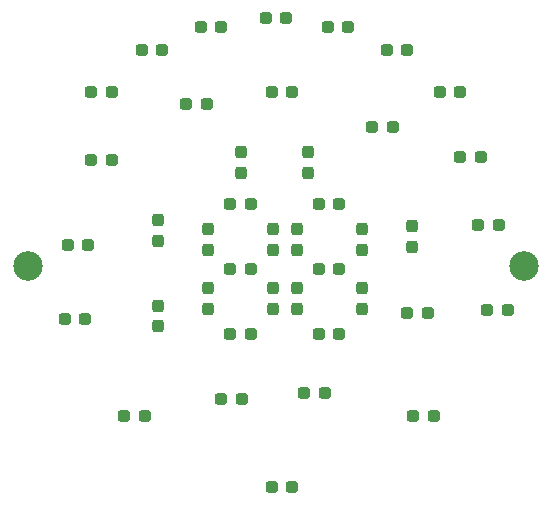
<source format=gbr>
%TF.GenerationSoftware,KiCad,Pcbnew,8.0.5*%
%TF.CreationDate,2025-04-26T14:04:24+02:00*%
%TF.ProjectId,vlvts_top,766c7674-735f-4746-9f70-2e6b69636164,rev?*%
%TF.SameCoordinates,Original*%
%TF.FileFunction,Soldermask,Bot*%
%TF.FilePolarity,Negative*%
%FSLAX46Y46*%
G04 Gerber Fmt 4.6, Leading zero omitted, Abs format (unit mm)*
G04 Created by KiCad (PCBNEW 8.0.5) date 2025-04-26 14:04:24*
%MOMM*%
%LPD*%
G01*
G04 APERTURE LIST*
G04 Aperture macros list*
%AMRoundRect*
0 Rectangle with rounded corners*
0 $1 Rounding radius*
0 $2 $3 $4 $5 $6 $7 $8 $9 X,Y pos of 4 corners*
0 Add a 4 corners polygon primitive as box body*
4,1,4,$2,$3,$4,$5,$6,$7,$8,$9,$2,$3,0*
0 Add four circle primitives for the rounded corners*
1,1,$1+$1,$2,$3*
1,1,$1+$1,$4,$5*
1,1,$1+$1,$6,$7*
1,1,$1+$1,$8,$9*
0 Add four rect primitives between the rounded corners*
20,1,$1+$1,$2,$3,$4,$5,0*
20,1,$1+$1,$4,$5,$6,$7,0*
20,1,$1+$1,$6,$7,$8,$9,0*
20,1,$1+$1,$8,$9,$2,$3,0*%
G04 Aperture macros list end*
%ADD10C,2.500000*%
%ADD11RoundRect,0.237500X0.287500X0.237500X-0.287500X0.237500X-0.287500X-0.237500X0.287500X-0.237500X0*%
%ADD12RoundRect,0.237500X-0.237500X0.287500X-0.237500X-0.287500X0.237500X-0.287500X0.237500X0.287500X0*%
%ADD13RoundRect,0.237500X0.237500X-0.287500X0.237500X0.287500X-0.237500X0.287500X-0.237500X-0.287500X0*%
G04 APERTURE END LIST*
D10*
%TO.C,H2*%
X100000000Y-100000000D03*
%TD*%
%TO.C,H1*%
X58000000Y-100000000D03*
%TD*%
D11*
%TO.C,D31*%
X98625000Y-103750000D03*
X96875000Y-103750000D03*
%TD*%
D12*
%TO.C,D29*%
X76000000Y-90375000D03*
X76000000Y-92125000D03*
%TD*%
D11*
%TO.C,D40*%
X67875000Y-112750000D03*
X66125000Y-112750000D03*
%TD*%
%TO.C,D7*%
X76875000Y-94750000D03*
X75125000Y-94750000D03*
%TD*%
%TO.C,D3*%
X84375000Y-100250000D03*
X82625000Y-100250000D03*
%TD*%
%TO.C,D35*%
X62875000Y-104500000D03*
X61125000Y-104500000D03*
%TD*%
%TO.C,D38*%
X92375000Y-112750000D03*
X90625000Y-112750000D03*
%TD*%
%TO.C,D34*%
X63125000Y-98250000D03*
X61375000Y-98250000D03*
%TD*%
%TO.C,D10*%
X76875000Y-100250000D03*
X75125000Y-100250000D03*
%TD*%
D12*
%TO.C,D4*%
X86250000Y-101875000D03*
X86250000Y-103625000D03*
%TD*%
D13*
%TO.C,D5*%
X80750000Y-103625000D03*
X80750000Y-101875000D03*
%TD*%
D11*
%TO.C,D30*%
X65125000Y-91000000D03*
X63375000Y-91000000D03*
%TD*%
%TO.C,D18*%
X85125000Y-79750000D03*
X83375000Y-79750000D03*
%TD*%
%TO.C,D13*%
X76875000Y-105750000D03*
X75125000Y-105750000D03*
%TD*%
D12*
%TO.C,D32*%
X90500000Y-96625000D03*
X90500000Y-98375000D03*
%TD*%
D11*
%TO.C,D24*%
X80375000Y-85250000D03*
X78625000Y-85250000D03*
%TD*%
D12*
%TO.C,D14*%
X69000000Y-96125000D03*
X69000000Y-97875000D03*
%TD*%
D11*
%TO.C,D19*%
X79875000Y-79000000D03*
X78125000Y-79000000D03*
%TD*%
%TO.C,D26*%
X96375000Y-90750000D03*
X94625000Y-90750000D03*
%TD*%
D12*
%TO.C,D8*%
X78750000Y-96875000D03*
X78750000Y-98625000D03*
%TD*%
%TO.C,D2*%
X80750000Y-96875000D03*
X80750000Y-98625000D03*
%TD*%
D11*
%TO.C,D16*%
X94625000Y-85250000D03*
X92875000Y-85250000D03*
%TD*%
%TO.C,D33*%
X91875000Y-104000000D03*
X90125000Y-104000000D03*
%TD*%
%TO.C,D36*%
X83125000Y-110750000D03*
X81375000Y-110750000D03*
%TD*%
%TO.C,D39*%
X80375000Y-118750000D03*
X78625000Y-118750000D03*
%TD*%
%TO.C,D37*%
X76125000Y-111250000D03*
X74375000Y-111250000D03*
%TD*%
D12*
%TO.C,D9*%
X73250000Y-96875000D03*
X73250000Y-98625000D03*
%TD*%
%TO.C,D28*%
X81750000Y-90375000D03*
X81750000Y-92125000D03*
%TD*%
D11*
%TO.C,D25*%
X73125000Y-86250000D03*
X71375000Y-86250000D03*
%TD*%
D12*
%TO.C,D1*%
X86250000Y-96875000D03*
X86250000Y-98625000D03*
%TD*%
D11*
%TO.C,D21*%
X69375000Y-81750000D03*
X67625000Y-81750000D03*
%TD*%
%TO.C,D6*%
X84375000Y-105750000D03*
X82625000Y-105750000D03*
%TD*%
D12*
%TO.C,D12*%
X73250000Y-101875000D03*
X73250000Y-103625000D03*
%TD*%
D11*
%TO.C,D0*%
X84375000Y-94750000D03*
X82625000Y-94750000D03*
%TD*%
D13*
%TO.C,D11*%
X78750000Y-103625000D03*
X78750000Y-101875000D03*
%TD*%
D12*
%TO.C,D15*%
X69000000Y-103375000D03*
X69000000Y-105125000D03*
%TD*%
D11*
%TO.C,D22*%
X65125000Y-85250000D03*
X63375000Y-85250000D03*
%TD*%
%TO.C,D27*%
X97875000Y-96500000D03*
X96125000Y-96500000D03*
%TD*%
%TO.C,D17*%
X90125000Y-81750000D03*
X88375000Y-81750000D03*
%TD*%
%TO.C,D23*%
X88875000Y-88250000D03*
X87125000Y-88250000D03*
%TD*%
%TO.C,D20*%
X74375000Y-79750000D03*
X72625000Y-79750000D03*
%TD*%
M02*

</source>
